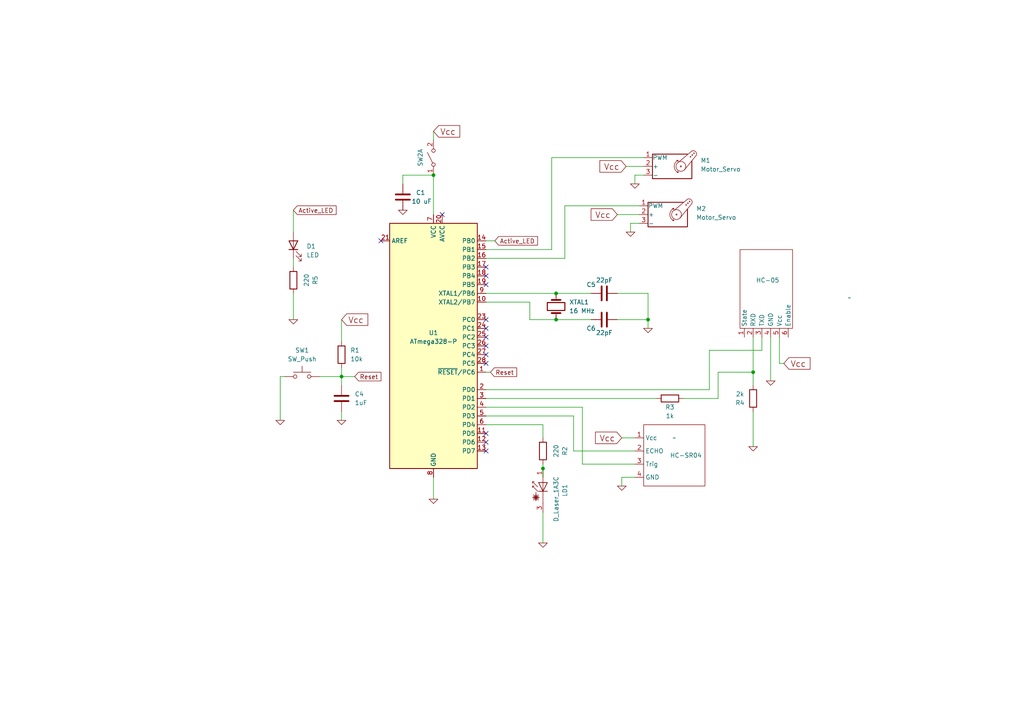
<source format=kicad_sch>
(kicad_sch (version 20230121) (generator eeschema)
  (paper "A4")
  (lib_symbols
    (symbol "Device:C" (pin_numbers hide) (pin_names (offset 0.254))
      (property "Reference" "C" (at 0.635 2.54 0))
      (property "Value" "C" (at 0.635 -2.54 0))
      (symbol "C_0_1"
        (polyline (pts (xy -2.032 -0.762) (xy 2.032 -0.762)) (stroke (width 0.508)))
        (polyline (pts (xy -2.032 0.762) (xy 2.032 0.762)) (stroke (width 0.508)))
      )
      (symbol "C_1_1"
        (pin passive line (at 0 3.81 270) (length 2.794) (name "~") (number "1"))
        (pin passive line (at 0 -3.81 90) (length 2.794) (name "~") (number "2"))
      )
    )
    (symbol "Device:Crystal" (pin_numbers hide) (pin_names (offset 1.016) hide)
      (property "Reference" "Y" (at 0 3.81 0))
      (property "Value" "Crystal" (at 0 -3.81 0))
      (symbol "Crystal_0_1"
        (rectangle (start -1.143 2.54) (end 1.143 -2.54) (stroke (width 0.3048)))
        (polyline (pts (xy -2.54 0) (xy -1.905 0)))
        (polyline (pts (xy -1.905 -1.27) (xy -1.905 1.27)) (stroke (width 0.508)))
        (polyline (pts (xy 1.905 -1.27) (xy 1.905 1.27)) (stroke (width 0.508)))
        (polyline (pts (xy 2.54 0) (xy 1.905 0)))
      )
      (symbol "Crystal_1_1"
        (pin passive line (at -3.81 0 0) (length 1.27) (name "1") (number "1"))
        (pin passive line (at 3.81 0 180) (length 1.27) (name "2") (number "2"))
      )
    )
    (symbol "Device:D_Laser_1A3C" (pin_names (offset 1.016) hide)
      (property "Reference" "LD" (at -1.27 4.445 0))
      (property "Value" "D_Laser_1A3C" (at -1.27 -2.54 0))
      (symbol "D_Laser_1A3C_0_1"
        (polyline (pts (xy -4.064 1.27) (xy -2.54 2.794)))
        (polyline (pts (xy -4.064 1.778) (xy -2.54 2.286)))
        (polyline (pts (xy -4.064 2.286) (xy -2.54 1.778)))
        (polyline (pts (xy -4.064 2.794) (xy -2.54 1.27)))
        (polyline (pts (xy -3.556 2.794) (xy -3.048 1.27)))
        (polyline (pts (xy -3.302 2.032) (xy -3.302 1.016)))
        (polyline (pts (xy -3.302 2.032) (xy -3.302 3.048)))
        (polyline (pts (xy -3.048 2.794) (xy -3.556 1.27)))
        (polyline (pts (xy -1.778 2.032) (xy -4.318 2.032)))
        (polyline (pts (xy -1.524 1.27) (xy -1.524 -1.27)) (stroke (width 0.2032)))
        (polyline (pts (xy 1.27 3.048) (xy 0.762 3.048)))
        (polyline (pts (xy 2.54 0) (xy -5.08 0)))
        (polyline (pts (xy -0.254 1.524) (xy 1.27 3.048) (xy 1.27 2.54)))
        (polyline (pts (xy 1.016 1.27) (xy 1.016 -1.27) (xy -1.524 0) (xy 1.016 1.27)) (stroke (width 0.2032)))
        (polyline (pts (xy -1.524 1.524) (xy 0 3.048) (xy 0 2.54) (xy 0 3.048) (xy -0.508 3.048)))
      )
      (symbol "D_Laser_1A3C_1_1"
        (pin passive line (at 5.08 0 180) (length 2.54) (name "A") (number "1"))
        (pin passive line (at -7.62 0 0) (length 2.54) (name "K") (number "3"))
      )
    )
    (symbol "Device:LED" (pin_numbers hide) (pin_names (offset 1.016) hide)
      (property "Reference" "D" (at 0 2.54 0))
      (property "Value" "LED" (at 0 -2.54 0))
      (symbol "LED_0_1"
        (polyline (pts (xy -1.27 -1.27) (xy -1.27 1.27)) (stroke (width 0.254)))
        (polyline (pts (xy -1.27 0) (xy 1.27 0)))
        (polyline (pts (xy 1.27 -1.27) (xy 1.27 1.27) (xy -1.27 0) (xy 1.27 -1.27)) (stroke (width 0.254)))
        (polyline (pts (xy -3.048 -0.762) (xy -4.572 -2.286) (xy -3.81 -2.286) (xy -4.572 -2.286) (xy -4.572 -1.524)))
        (polyline (pts (xy -1.778 -0.762) (xy -3.302 -2.286) (xy -2.54 -2.286) (xy -3.302 -2.286) (xy -3.302 -1.524)))
      )
      (symbol "LED_1_1"
        (pin passive line (at -3.81 0 0) (length 2.54) (name "K") (number "1"))
        (pin passive line (at 3.81 0 180) (length 2.54) (name "A") (number "2"))
      )
    )
    (symbol "Device:R" (pin_numbers hide) (pin_names (offset 0))
      (property "Reference" "R" (at 2.032 0 90))
      (property "Value" "R" (at 0 0 90))
      (symbol "R_0_1"
        (rectangle (start -1.016 -2.54) (end 1.016 2.54) (stroke (width 0.254)))
      )
      (symbol "R_1_1"
        (pin passive line (at 0 3.81 270) (length 1.27) (name "~") (number "1"))
        (pin passive line (at 0 -3.81 90) (length 1.27) (name "~") (number "2"))
      )
    )
    (symbol "MCU_Microchip_ATmega:ATmega328-P"
      (property "Reference" "U" (at -12.7 36.83 0))
      (property "Value" "ATmega328-P" (at 2.54 -36.83 0))
      (symbol "ATmega328-P_0_1"
        (rectangle (start -12.7 -35.56) (end 12.7 35.56) (stroke (width 0.254)) (fill (type background)))
      )
      (symbol "ATmega328-P_1_1"
        (pin bidirectional line (at 15.24 -7.62 180) (length 2.54) (name "~{RESET}/PC6") (number "1"))
        (pin bidirectional line (at 15.24 12.7 180) (length 2.54) (name "XTAL2/PB7") (number "10"))
        (pin bidirectional line (at 15.24 -25.4 180) (length 2.54) (name "PD5") (number "11"))
        (pin bidirectional line (at 15.24 -27.94 180) (length 2.54) (name "PD6") (number "12"))
        (pin bidirectional line (at 15.24 -30.48 180) (length 2.54) (name "PD7") (number "13"))
        (pin bidirectional line (at 15.24 30.48 180) (length 2.54) (name "PB0") (number "14"))
        (pin bidirectional line (at 15.24 27.94 180) (length 2.54) (name "PB1") (number "15"))
        (pin bidirectional line (at 15.24 25.4 180) (length 2.54) (name "PB2") (number "16"))
        (pin bidirectional line (at 15.24 22.86 180) (length 2.54) (name "PB3") (number "17"))
        (pin bidirectional line (at 15.24 20.32 180) (length 2.54) (name "PB4") (number "18"))
        (pin bidirectional line (at 15.24 17.78 180) (length 2.54) (name "PB5") (number "19"))
        (pin bidirectional line (at 15.24 -12.7 180) (length 2.54) (name "PD0") (number "2"))
        (pin power_in line (at 2.54 38.1 270) (length 2.54) (name "AVCC") (number "20"))
        (pin passive line (at -15.24 30.48 0) (length 2.54) (name "AREF") (number "21"))
        (pin passive line (at 0 -38.1 90) (length 2.54) hide (name "GND") (number "22"))
        (pin bidirectional line (at 15.24 7.62 180) (length 2.54) (name "PC0") (number "23"))
        (pin bidirectional line (at 15.24 5.08 180) (length 2.54) (name "PC1") (number "24"))
        (pin bidirectional line (at 15.24 2.54 180) (length 2.54) (name "PC2") (number "25"))
        (pin bidirectional line (at 15.24 0 180) (length 2.54) (name "PC3") (number "26"))
        (pin bidirectional line (at 15.24 -2.54 180) (length 2.54) (name "PC4") (number "27"))
        (pin bidirectional line (at 15.24 -5.08 180) (length 2.54) (name "PC5") (number "28"))
        (pin bidirectional line (at 15.24 -15.24 180) (length 2.54) (name "PD1") (number "3"))
        (pin bidirectional line (at 15.24 -17.78 180) (length 2.54) (name "PD2") (number "4"))
        (pin bidirectional line (at 15.24 -20.32 180) (length 2.54) (name "PD3") (number "5"))
        (pin bidirectional line (at 15.24 -22.86 180) (length 2.54) (name "PD4") (number "6"))
        (pin power_in line (at 0 38.1 270) (length 2.54) (name "VCC") (number "7"))
        (pin power_in line (at 0 -38.1 90) (length 2.54) (name "GND") (number "8"))
        (pin bidirectional line (at 15.24 15.24 180) (length 2.54) (name "XTAL1/PB6") (number "9"))
      )
    )
    (symbol "Mark_symbols:HC-05"
      (property "Reference" "HC-05" (at 0 3.81 0))
      (symbol "HC-05_0_1"
        (rectangle (start -7.62 13.97) (end 7.62 -8.89))
      )
      (symbol "HC-05_1_1"
        (pin power_in line (at 6.35 -11.43 90) (length 2.54) (name "State") (number "1"))
        (pin power_in line (at 3.81 -11.43 90) (length 2.54) (name "RXD") (number "2"))
        (pin power_in line (at 1.27 -11.43 90) (length 2.54) (name "TXD") (number "3"))
        (pin power_in line (at -1.27 -11.43 90) (length 2.54) (name "GND") (number "4"))
        (pin power_in line (at -3.81 -11.43 90) (length 2.54) (name "Vcc") (number "5"))
        (pin power_in line (at -6.35 -11.43 90) (length 2.54) (name "Enable") (number "6"))
      )
    )
    (symbol "Mark_symbols:HC-SR04"
      (property "Reference" "HC-SR04" (at 2.54 -5.08 0))
      (symbol "HC-SR04_0_1"
        (rectangle (start -8.89 3.81) (end 8.89 -13.97))
      )
      (symbol "HC-SR04_1_1"
        (pin power_in line (at -11.43 0 0) (length 2.54) (name "Vcc") (number "1"))
        (pin output line (at -11.43 -3.81 0) (length 2.54) (name "ECHO") (number "2"))
        (pin input line (at -11.43 -7.62 0) (length 2.54) (name "Trig") (number "3"))
        (pin passive line (at -11.43 -11.43 0) (length 2.54) (name "GND") (number "4"))
      )
    )
    (symbol "Motor:Motor_Servo" (pin_names (offset 0.0254))
      (property "Reference" "M" (at -5.08 4.445 0))
      (property "Value" "Motor_Servo" (at -5.08 -4.064 0))
      (symbol "Motor_Servo_0_1"
        (polyline (pts (xy 2.413 -1.778) (xy 2.032 -1.778)))
        (polyline (pts (xy 2.413 -1.778) (xy 2.286 -1.397)))
        (polyline (pts (xy 2.413 1.778) (xy 1.905 1.778)))
        (polyline (pts (xy 2.413 1.778) (xy 2.286 1.397)))
        (polyline (pts (xy 6.35 4.445) (xy 2.54 1.27)))
        (polyline (pts (xy 7.62 3.175) (xy 4.191 -1.016)))
        (polyline (pts (xy 5.08 3.556) (xy -5.08 3.556) (xy -5.08 -3.556) (xy 6.35 -3.556) (xy 6.35 1.524)) (stroke (width 0.254)))
        (arc (start 2.413 1.778) (mid 1.2406 0) (end 2.413 -1.778))
        (circle (center 3.175 0) (radius 0.1778))
        (circle (center 3.175 0) (radius 1.4224))
        (circle (center 5.969 2.794) (radius 0.127))
        (circle (center 6.477 3.302) (radius 0.127))
        (circle (center 6.985 3.81) (radius 0.127))
        (arc (start 7.62 3.175) (mid 7.4485 4.2735) (end 6.35 4.445))
      )
      (symbol "Motor_Servo_1_1"
        (pin passive line (at -7.62 2.54 0) (length 2.54) (name "PWM") (number "1"))
        (pin passive line (at -7.62 0 0) (length 2.54) (name "+") (number "2"))
        (pin passive line (at -7.62 -2.54 0) (length 2.54) (name "-") (number "3"))
      )
    )
    (symbol "Simulation_SPICE:0" (power) (pin_names (offset 0))
      (property "Value" "0" (at 0 -1.778 0))
      (symbol "0_0_1"
        (polyline (pts (xy -1.27 0) (xy 0 -1.27) (xy 1.27 0) (xy -1.27 0)))
      )
      (symbol "0_1_1"
        (pin power_in line (at 0 0 0) (length 0) hide (name "0") (number "1"))
      )
    )
    (symbol "Switch:SW_DPST_x2" (pin_names (offset 0) hide)
      (property "Reference" "SW" (at 0 3.175 0))
      (property "Value" "SW_DPST_x2" (at 0 -2.54 0))
      (symbol "SW_DPST_x2_0_0"
        (circle (center -2.032 0) (radius 0.508))
        (polyline (pts (xy -1.524 0.254) (xy 1.524 1.778)))
        (circle (center 2.032 0) (radius 0.508))
      )
      (symbol "SW_DPST_x2_1_1"
        (pin passive line (at -5.08 0 0) (length 2.54) (name "A") (number "1"))
        (pin passive line (at 5.08 0 180) (length 2.54) (name "B") (number "2"))
      )
      (symbol "SW_DPST_x2_2_1"
        (pin passive line (at -5.08 0 0) (length 2.54) (name "A") (number "3"))
        (pin passive line (at 5.08 0 180) (length 2.54) (name "B") (number "4"))
      )
    )
    (symbol "Switch:SW_Push" (pin_numbers hide) (pin_names (offset 1.016) hide)
      (property "Reference" "SW" (at 1.27 2.54 0))
      (property "Value" "SW_Push" (at 0 -1.524 0))
      (symbol "SW_Push_0_1"
        (circle (center -2.032 0) (radius 0.508))
        (polyline (pts (xy 0 1.27) (xy 0 3.048)))
        (polyline (pts (xy 2.54 1.27) (xy -2.54 1.27)))
        (circle (center 2.032 0) (radius 0.508))
        (pin passive line (at -5.08 0 0) (length 2.54) (name "1") (number "1"))
        (pin passive line (at 5.08 0 180) (length 2.54) (name "2") (number "2"))
      )
    )
  )
  (junction (at 157.48 135.89))
  (junction (at 161.29 85.09))
  (junction (at 161.29 92.71))
  (junction (at 218.44 107.95))
  (junction (at 125.73 50.8))
  (junction (at 99.06 109.22))
  (junction (at 187.96 92.71))
  (no_connect (at 140.97 80.01))
  (no_connect (at 140.97 130.81))
  (no_connect (at 140.97 125.73))
  (no_connect (at 140.97 82.55))
  (no_connect (at 140.97 97.79))
  (no_connect (at 140.97 105.41))
  (no_connect (at 110.49 69.85))
  (no_connect (at 140.97 95.25))
  (no_connect (at 128.27 62.23))
  (no_connect (at 140.97 102.87))
  (no_connect (at 140.97 92.71))
  (no_connect (at 140.97 77.47))
  (no_connect (at 140.97 128.27))
  (no_connect (at 140.97 100.33))
  (wire (pts (xy 99.06 109.22) (xy 99.06 111.76)))
  (wire (pts (xy 140.97 123.19) (xy 157.48 123.19)))
  (wire (pts (xy 180.34 138.43) (xy 184.15 138.43)))
  (wire (pts (xy 168.91 118.11) (xy 140.97 118.11)))
  (wire (pts (xy 161.29 85.09) (xy 171.45 85.09)))
  (wire (pts (xy 116.84 50.8) (xy 125.73 50.8)))
  (wire (pts (xy 85.09 85.09) (xy 85.09 92.71)))
  (wire (pts (xy 166.37 130.81) (xy 184.15 130.81)))
  (wire (pts (xy 85.09 60.96) (xy 85.09 67.31)))
  (wire (pts (xy 218.44 97.79) (xy 218.44 107.95)))
  (wire (pts (xy 99.06 119.38) (xy 99.06 121.92)))
  (wire (pts (xy 166.37 120.65) (xy 166.37 130.81)))
  (wire (pts (xy 85.09 74.93) (xy 85.09 77.47)))
  (wire (pts (xy 179.07 92.71) (xy 187.96 92.71)))
  (wire (pts (xy 157.48 123.19) (xy 157.48 127)))
  (wire (pts (xy 153.67 87.63) (xy 153.67 92.71)))
  (wire (pts (xy 140.97 120.65) (xy 166.37 120.65)))
  (wire (pts (xy 179.07 62.23) (xy 185.42 62.23)))
  (wire (pts (xy 99.06 92.71) (xy 99.06 99.06)))
  (wire (pts (xy 157.48 134.62) (xy 157.48 135.89)))
  (wire (pts (xy 205.74 101.6) (xy 205.74 113.03)))
  (wire (pts (xy 140.97 115.57) (xy 190.5 115.57)))
  (wire (pts (xy 179.07 85.09) (xy 187.96 85.09)))
  (wire (pts (xy 143.51 69.85) (xy 140.97 69.85)))
  (wire (pts (xy 153.67 92.71) (xy 161.29 92.71)))
  (wire (pts (xy 208.28 115.57) (xy 208.28 107.95)))
  (wire (pts (xy 185.42 64.77) (xy 182.88 64.77)))
  (wire (pts (xy 187.96 85.09) (xy 187.96 92.71)))
  (wire (pts (xy 220.98 101.6) (xy 205.74 101.6)))
  (wire (pts (xy 180.34 127) (xy 184.15 127)))
  (wire (pts (xy 163.83 74.93) (xy 163.83 59.69)))
  (wire (pts (xy 186.69 50.8) (xy 184.15 50.8)))
  (wire (pts (xy 220.98 101.6) (xy 220.98 97.79)))
  (wire (pts (xy 140.97 87.63) (xy 153.67 87.63)))
  (wire (pts (xy 157.48 148.59) (xy 157.48 157.48)))
  (wire (pts (xy 184.15 134.62) (xy 168.91 134.62)))
  (wire (pts (xy 160.02 72.39) (xy 160.02 45.72)))
  (wire (pts (xy 140.97 72.39) (xy 160.02 72.39)))
  (wire (pts (xy 99.06 109.22) (xy 102.87 109.22)))
  (wire (pts (xy 184.15 50.8) (xy 184.15 53.34)))
  (wire (pts (xy 227.33 105.41) (xy 226.06 105.41)))
  (wire (pts (xy 198.12 115.57) (xy 208.28 115.57)))
  (wire (pts (xy 125.73 38.1) (xy 125.73 40.64)))
  (wire (pts (xy 180.34 138.43) (xy 180.34 140.97)))
  (wire (pts (xy 81.28 109.22) (xy 81.28 121.92)))
  (wire (pts (xy 99.06 109.22) (xy 92.71 109.22)))
  (wire (pts (xy 205.74 113.03) (xy 140.97 113.03)))
  (wire (pts (xy 140.97 107.95) (xy 142.24 107.95)))
  (wire (pts (xy 160.02 45.72) (xy 186.69 45.72)))
  (wire (pts (xy 187.96 92.71) (xy 187.96 95.25)))
  (wire (pts (xy 140.97 85.09) (xy 161.29 85.09)))
  (wire (pts (xy 168.91 134.62) (xy 168.91 118.11)))
  (wire (pts (xy 218.44 107.95) (xy 218.44 111.76)))
  (wire (pts (xy 218.44 119.38) (xy 218.44 129.54)))
  (wire (pts (xy 226.06 105.41) (xy 226.06 97.79)))
  (wire (pts (xy 82.55 109.22) (xy 81.28 109.22)))
  (wire (pts (xy 208.28 107.95) (xy 218.44 107.95)))
  (wire (pts (xy 116.84 53.34) (xy 116.84 50.8)))
  (wire (pts (xy 125.73 50.8) (xy 125.73 62.23)))
  (wire (pts (xy 182.88 64.77) (xy 182.88 67.31)))
  (wire (pts (xy 99.06 106.68) (xy 99.06 109.22)))
  (wire (pts (xy 157.48 138.43) (xy 157.48 135.89)))
  (wire (pts (xy 140.97 74.93) (xy 163.83 74.93)))
  (wire (pts (xy 125.73 138.43) (xy 125.73 144.78)))
  (wire (pts (xy 161.29 92.71) (xy 171.45 92.71)))
  (wire (pts (xy 163.83 59.69) (xy 185.42 59.69)))
  (wire (pts (xy 223.52 97.79) (xy 223.52 110.49)))
  (wire (pts (xy 181.61 48.26) (xy 186.69 48.26)))
  (global_label "Active_LED" (shape input) (at 143.51 69.85 0) (property "Intersheetrefs" "${INTERSHEET_REFS}" (effects hide)))
  (global_label "Vcc" (shape input) (at 179.07 62.23 180) (effects (font (size 1.7 1.7))) (property "Intersheetrefs" "${INTERSHEET_REFS}" (effects hide)))
  (global_label "Reset" (shape input) (at 102.87 109.22 0) (property "Intersheetrefs" "${INTERSHEET_REFS}" (effects hide)))
  (global_label "Vcc" (shape input) (at 227.33 105.41 0) (effects (font (size 1.7 1.7))) (property "Intersheetrefs" "${INTERSHEET_REFS}" (effects hide)))
  (global_label "Reset" (shape input) (at 142.24 107.95 0) (property "Intersheetrefs" "${INTERSHEET_REFS}" (effects hide)))
  (global_label "Vcc" (shape input) (at 125.73 38.1 0) (effects (font (size 1.7 1.7))) (property "Intersheetrefs" "${INTERSHEET_REFS}" (effects hide)))
  (global_label "Active_LED" (shape input) (at 85.09 60.96 0) (property "Intersheetrefs" "${INTERSHEET_REFS}" (effects hide)))
  (global_label "Vcc" (shape input) (at 99.06 92.71 0) (effects (font (size 1.7 1.7))) (property "Intersheetrefs" "${INTERSHEET_REFS}" (effects hide)))
  (global_label "Vcc" (shape input) (at 180.34 127 180) (effects (font (size 1.7 1.7))) (property "Intersheetrefs" "${INTERSHEET_REFS}" (effects hide)))
  (global_label "Vcc" (shape input) (at 181.61 48.26 180) (effects (font (size 1.7 1.7))) (property "Intersheetrefs" "${INTERSHEET_REFS}" (effects hide)))
  (symbol (lib_id "Simulation_SPICE:0") (at 182.88 67.31 0) (unit 1)
    (property "Reference" "#GND05" (effects hide))
    (property "Value" "0" (effects hide))
  )
  (symbol (lib_id "Device:D_Laser_1A3C") (at 157.48 140.97 90) (unit 1)
    (property "Reference" "LD1" (at 163.83 142.24 0))
    (property "Value" "D_Laser_1A3C" (at 161.29 144.78 0))
  )
  (symbol (lib_id "Device:C") (at 175.26 85.09 90) (unit 1)
    (property "Reference" "C5" (at 171.45 82.55 90))
    (property "Value" "22pF" (at 175.26 81.28 90))
  )
  (symbol (lib_id "Device:C") (at 116.84 57.15 180) (unit 1)
    (property "Reference" "C1" (at 120.65 55.88 0) (effects (justify right)))
    (property "Value" "10 uF" (at 119.38 58.42 0) (effects (justify right)))
  )
  (symbol (lib_id "Simulation_SPICE:0") (at 218.44 129.54 0) (unit 1)
    (property "Reference" "#GND010" (effects hide))
    (property "Value" "0" (effects hide))
  )
  (symbol (lib_id "Simulation_SPICE:0") (at 85.09 92.71 0) (unit 1)
    (property "Reference" "#GND011" (effects hide))
    (property "Value" "0" (effects hide))
  )
  (symbol (lib_id "Simulation_SPICE:0") (at 99.06 121.92 0) (unit 1)
    (property "Reference" "#GND02" (effects hide))
    (property "Value" "0" (effects hide))
  )
  (symbol (lib_id "Device:C") (at 99.06 115.57 0) (unit 1)
    (property "Reference" "C4" (at 102.87 114.3 0) (effects (justify left)))
    (property "Value" "1uF" (at 102.87 116.84 0) (effects (justify left)))
  )
  (symbol (lib_id "Motor:Motor_Servo") (at 193.04 62.23 0) (unit 1)
    (property "Reference" "M2" (at 201.93 60.5266 0) (effects (justify left)))
    (property "Value" "Motor_Servo" (at 201.93 63.0666 0) (effects (justify left)))
    (property "Datasheet" "http://forums.parallax.com/uploads/attachments/46831/74481.png" (effects hide))
  )
  (symbol (lib_id "Simulation_SPICE:0") (at 116.84 60.96 0) (unit 1)
    (property "Reference" "#GND012" (effects hide))
    (property "Value" "0" (effects hide))
  )
  (symbol (lib_id "Switch:SW_Push") (at 87.63 109.22 0) (unit 1)
    (property "Reference" "SW1" (at 87.63 101.6 0))
    (property "Value" "SW_Push" (at 87.63 104.14 0))
  )
  (symbol (lib_id "Motor:Motor_Servo") (at 194.31 48.26 0) (unit 1)
    (property "Reference" "M1" (at 203.2 46.5566 0) (effects (justify left)))
    (property "Value" "Motor_Servo" (at 203.2 49.0966 0) (effects (justify left)))
    (property "Datasheet" "http://forums.parallax.com/uploads/attachments/46831/74481.png" (effects hide))
  )
  (symbol (lib_id "Device:R") (at 85.09 81.28 0) (unit 1)
    (property "Reference" "R5" (at 91.44 81.28 90))
    (property "Value" "220" (at 88.9 81.28 90))
  )
  (symbol (lib_id "Device:R") (at 99.06 102.87 0) (unit 1)
    (property "Reference" "R1" (at 101.6 101.6 0) (effects (justify left)))
    (property "Value" "10k" (at 101.6 104.14 0) (effects (justify left)))
  )
  (symbol (lib_id "Device:R") (at 194.31 115.57 90) (unit 1)
    (property "Reference" "R3" (at 194.31 118.11 90))
    (property "Value" "1k" (at 194.31 120.65 90))
  )
  (symbol (lib_id "Device:R") (at 157.48 130.81 0) (unit 1)
    (property "Reference" "R2" (at 163.83 130.81 90))
    (property "Value" "220" (at 161.29 130.81 90))
  )
  (symbol (lib_id "Device:C") (at 175.26 92.71 90) (unit 1)
    (property "Reference" "C6" (at 171.45 95.25 90))
    (property "Value" "22pF" (at 175.26 96.52 90))
  )
  (symbol (lib_id "Simulation_SPICE:0") (at 180.34 140.97 0) (mirror y) (unit 1)
    (property "Reference" "#GND09" (effects hide))
    (property "Value" "0" (effects hide))
  )
  (symbol (lib_id "Device:LED") (at 85.09 71.12 90) (unit 1)
    (property "Reference" "D1" (at 88.9 71.4375 90) (effects (justify right)))
    (property "Value" "LED" (at 88.9 73.9775 90) (effects (justify right)))
  )
  (symbol (lib_id "Mark_symbols:HC-SR04") (at 195.58 127 0) (unit 1)
    (property "Reference" "HC-SR04" (at 194.31 132.08 0) (effects (justify left)))
    (property "Value" "~" (at 195.58 127 0))
  )
  (symbol (lib_id "MCU_Microchip_ATmega:ATmega328-P") (at 125.73 100.33 0) (unit 1)
    (property "Reference" "U1" (at 125.73 96.52 0))
    (property "Value" "ATmega328-P" (at 125.73 99.06 0))
    (property "Footprint" "Package_DIP:DIP-28_W7.62mm" (effects hide))
    (property "Datasheet" "http://ww1.microchip.com/downloads/en/DeviceDoc/ATmega328_P%20AVR%20MCU%20with%20picoPower%20Technology%20Data%20Sheet%2040001984A.pdf" (effects hide))
  )
  (symbol (lib_id "Device:R") (at 218.44 115.57 180) (unit 1)
    (property "Reference" "R4" (at 214.63 116.84 0))
    (property "Value" "2k" (at 214.63 114.3 0))
  )
  (symbol (lib_id "Switch:SW_DPST_x2") (at 125.73 45.72 90) (unit 1)
    (property "Reference" "SW2" (at 121.92 45.72 0))
    (property "Value" "SW_DPST_x2" (effects hide))
  )
  (symbol (lib_id "Simulation_SPICE:0") (at 125.73 144.78 0) (unit 1)
    (property "Reference" "#GND03" (effects hide))
    (property "Value" "0" (effects hide))
  )
  (symbol (lib_id "Simulation_SPICE:0") (at 184.15 53.34 0) (unit 1)
    (property "Reference" "#GND06" (effects hide))
    (property "Value" "0" (effects hide))
  )
  (symbol (lib_id "Simulation_SPICE:0") (at 223.52 110.49 0) (mirror y) (unit 1)
    (property "Reference" "#GND08" (effects hide))
    (property "Value" "0" (effects hide))
  )
  (symbol (lib_id "Simulation_SPICE:0") (at 157.48 157.48 0) (unit 1)
    (property "Reference" "#GND07" (effects hide))
    (property "Value" "0" (effects hide))
  )
  (symbol (lib_id "Simulation_SPICE:0") (at 81.28 121.92 0) (unit 1)
    (property "Reference" "#GND01" (effects hide))
    (property "Value" "0" (effects hide))
  )
  (symbol (lib_id "Device:Crystal") (at 161.29 88.9 90) (unit 1)
    (property "Reference" "XTAL1" (at 165.1 87.63 90) (effects (justify right)))
    (property "Value" "16 MHz" (at 165.1 90.17 90) (effects (justify right)))
  )
  (symbol (lib_id "Simulation_SPICE:0") (at 187.96 95.25 0) (unit 1)
    (property "Reference" "#GND04" (effects hide))
    (property "Value" "0" (effects hide))
  )
  (symbol (lib_id "Mark_symbols:HC-05") (at 222.25 86.36 0) (mirror y) (unit 1)
    (property "Reference" "HC-05" (at 226.06 81.28 0) (effects (justify left)))
    (property "Value" "~" (at 246.38 86.36 0))
  )
)
</source>
